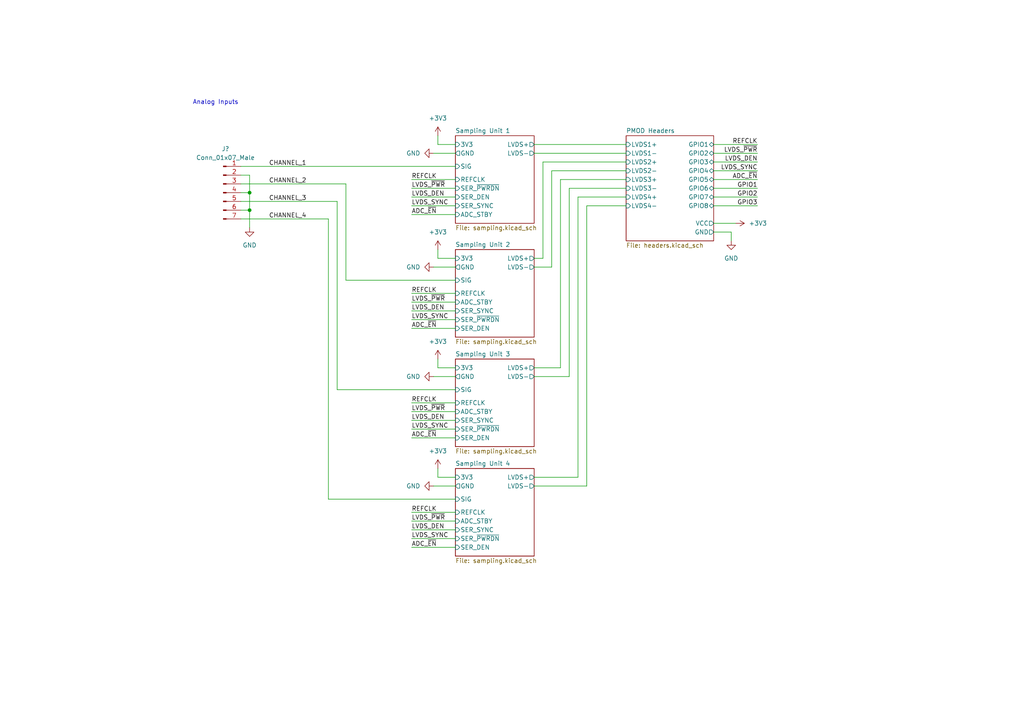
<source format=kicad_sch>
(kicad_sch (version 20211123) (generator eeschema)
  (paper "A4")
  (lib_symbols
    (symbol "Connector:Conn_01x07_Male" (pin_names (offset 1.016) hide)
      (property "Reference" "J" (at 0 10.16 0))
      (property "Value" "Conn_01x07_Male" (at 0 -10.16 0))
      (symbol "Conn_01x07_Male_1_1"
        (polyline (pts (xy 1.27 -7.62) (xy 0.8636 -7.62)) (stroke (width 0.1524)))
        (polyline (pts (xy 1.27 -5.08) (xy 0.8636 -5.08)) (stroke (width 0.1524)))
        (polyline (pts (xy 1.27 -2.54) (xy 0.8636 -2.54)) (stroke (width 0.1524)))
        (polyline (pts (xy 1.27 0) (xy 0.8636 0)) (stroke (width 0.1524)))
        (polyline (pts (xy 1.27 2.54) (xy 0.8636 2.54)) (stroke (width 0.1524)))
        (polyline (pts (xy 1.27 5.08) (xy 0.8636 5.08)) (stroke (width 0.1524)))
        (polyline (pts (xy 1.27 7.62) (xy 0.8636 7.62)) (stroke (width 0.1524)))
        (rectangle (start 0.8636 -7.493) (end 0 -7.747) (stroke (width 0.1524)) (fill (type outline)))
        (rectangle (start 0.8636 -4.953) (end 0 -5.207) (stroke (width 0.1524)) (fill (type outline)))
        (rectangle (start 0.8636 -2.413) (end 0 -2.667) (stroke (width 0.1524)) (fill (type outline)))
        (rectangle (start 0.8636 0.127) (end 0 -0.127) (stroke (width 0.1524)) (fill (type outline)))
        (rectangle (start 0.8636 2.667) (end 0 2.413) (stroke (width 0.1524)) (fill (type outline)))
        (rectangle (start 0.8636 5.207) (end 0 4.953) (stroke (width 0.1524)) (fill (type outline)))
        (rectangle (start 0.8636 7.747) (end 0 7.493) (stroke (width 0.1524)) (fill (type outline)))
        (pin passive line (at 5.08 7.62 180) (length 3.81) (name "Pin_1") (number "1"))
        (pin passive line (at 5.08 5.08 180) (length 3.81) (name "Pin_2") (number "2"))
        (pin passive line (at 5.08 2.54 180) (length 3.81) (name "Pin_3") (number "3"))
        (pin passive line (at 5.08 0 180) (length 3.81) (name "Pin_4") (number "4"))
        (pin passive line (at 5.08 -2.54 180) (length 3.81) (name "Pin_5") (number "5"))
        (pin passive line (at 5.08 -5.08 180) (length 3.81) (name "Pin_6") (number "6"))
        (pin passive line (at 5.08 -7.62 180) (length 3.81) (name "Pin_7") (number "7"))
      )
    )
    (symbol "power:+3V3" (power) (pin_names (offset 0))
      (property "Value" "+3V3" (at 0 3.556 0))
      (symbol "+3V3_0_1"
        (polyline (pts (xy -0.762 1.27) (xy 0 2.54)))
        (polyline (pts (xy 0 0) (xy 0 2.54)))
        (polyline (pts (xy 0 2.54) (xy 0.762 1.27)))
      )
      (symbol "+3V3_1_1"
        (pin power_in line (at 0 0 90) (length 0) hide (name "+3V3") (number "1"))
      )
    )
    (symbol "power:GND" (power) (pin_names (offset 0))
      (property "Value" "GND" (at 0 -3.81 0))
      (symbol "GND_0_1"
        (polyline (pts (xy 0 0) (xy 0 -1.27) (xy 1.27 -1.27) (xy 0 -2.54) (xy -1.27 -1.27) (xy 0 -1.27)))
      )
      (symbol "GND_1_1"
        (pin power_in line (at 0 0 270) (length 0) hide (name "GND") (number "1"))
      )
    )
  )
  (junction (at 72.39 60.96))
  (junction (at 72.39 55.88))
  (wire (pts (xy 72.39 55.88) (xy 72.39 60.96)))
  (wire (pts (xy 95.25 63.5) (xy 95.25 144.78)))
  (wire (pts (xy 132.08 158.75) (xy 119.38 158.75)))
  (wire (pts (xy 207.01 52.07) (xy 219.71 52.07)))
  (wire (pts (xy 207.01 41.91) (xy 219.71 41.91)))
  (wire (pts (xy 154.94 74.93) (xy 157.48 74.93)))
  (wire (pts (xy 162.56 52.07) (xy 181.61 52.07)))
  (wire (pts (xy 72.39 60.96) (xy 72.39 66.04)))
  (wire (pts (xy 154.94 140.97) (xy 170.18 140.97)))
  (wire (pts (xy 69.85 60.96) (xy 72.39 60.96)))
  (wire (pts (xy 132.08 54.61) (xy 119.38 54.61)))
  (wire (pts (xy 132.08 90.17) (xy 119.38 90.17)))
  (wire (pts (xy 69.85 63.5) (xy 95.25 63.5)))
  (wire (pts (xy 69.85 55.88) (xy 72.39 55.88)))
  (wire (pts (xy 132.08 124.46) (xy 119.38 124.46)))
  (wire (pts (xy 132.08 92.71) (xy 119.38 92.71)))
  (wire (pts (xy 125.73 77.47) (xy 132.08 77.47)))
  (wire (pts (xy 127 74.93) (xy 127 72.39)))
  (wire (pts (xy 132.08 74.93) (xy 127 74.93)))
  (wire (pts (xy 69.85 53.34) (xy 100.33 53.34)))
  (wire (pts (xy 207.01 49.53) (xy 219.71 49.53)))
  (wire (pts (xy 154.94 106.68) (xy 162.56 106.68)))
  (wire (pts (xy 125.73 109.22) (xy 132.08 109.22)))
  (wire (pts (xy 167.64 138.43) (xy 167.64 57.15)))
  (wire (pts (xy 170.18 140.97) (xy 170.18 59.69)))
  (wire (pts (xy 125.73 44.45) (xy 132.08 44.45)))
  (wire (pts (xy 154.94 77.47) (xy 160.02 77.47)))
  (wire (pts (xy 157.48 46.99) (xy 181.61 46.99)))
  (wire (pts (xy 207.01 54.61) (xy 219.71 54.61)))
  (wire (pts (xy 207.01 57.15) (xy 219.71 57.15)))
  (wire (pts (xy 132.08 119.38) (xy 119.38 119.38)))
  (wire (pts (xy 160.02 49.53) (xy 181.61 49.53)))
  (wire (pts (xy 132.08 138.43) (xy 127 138.43)))
  (wire (pts (xy 69.85 50.8) (xy 72.39 50.8)))
  (wire (pts (xy 69.85 48.26) (xy 132.08 48.26)))
  (wire (pts (xy 207.01 59.69) (xy 219.71 59.69)))
  (wire (pts (xy 132.08 106.68) (xy 127 106.68)))
  (wire (pts (xy 132.08 151.13) (xy 119.38 151.13)))
  (wire (pts (xy 132.08 148.59) (xy 119.38 148.59)))
  (wire (pts (xy 127 138.43) (xy 127 135.89)))
  (wire (pts (xy 132.08 87.63) (xy 119.38 87.63)))
  (wire (pts (xy 132.08 116.84) (xy 119.38 116.84)))
  (wire (pts (xy 132.08 127) (xy 119.38 127)))
  (wire (pts (xy 170.18 59.69) (xy 181.61 59.69)))
  (wire (pts (xy 132.08 156.21) (xy 119.38 156.21)))
  (wire (pts (xy 97.79 113.03) (xy 132.08 113.03)))
  (wire (pts (xy 154.94 109.22) (xy 165.1 109.22)))
  (wire (pts (xy 69.85 58.42) (xy 97.79 58.42)))
  (wire (pts (xy 132.08 52.07) (xy 119.38 52.07)))
  (wire (pts (xy 132.08 95.25) (xy 119.38 95.25)))
  (wire (pts (xy 207.01 64.77) (xy 213.36 64.77)))
  (wire (pts (xy 207.01 44.45) (xy 219.71 44.45)))
  (wire (pts (xy 132.08 153.67) (xy 119.38 153.67)))
  (wire (pts (xy 167.64 57.15) (xy 181.61 57.15)))
  (wire (pts (xy 162.56 106.68) (xy 162.56 52.07)))
  (wire (pts (xy 125.73 140.97) (xy 132.08 140.97)))
  (wire (pts (xy 165.1 109.22) (xy 165.1 54.61)))
  (wire (pts (xy 97.79 58.42) (xy 97.79 113.03)))
  (wire (pts (xy 132.08 121.92) (xy 119.38 121.92)))
  (wire (pts (xy 165.1 54.61) (xy 181.61 54.61)))
  (wire (pts (xy 160.02 77.47) (xy 160.02 49.53)))
  (wire (pts (xy 132.08 62.23) (xy 119.38 62.23)))
  (wire (pts (xy 100.33 81.28) (xy 132.08 81.28)))
  (wire (pts (xy 154.94 44.45) (xy 181.61 44.45)))
  (wire (pts (xy 132.08 41.91) (xy 127 41.91)))
  (wire (pts (xy 95.25 144.78) (xy 132.08 144.78)))
  (wire (pts (xy 100.33 53.34) (xy 100.33 81.28)))
  (wire (pts (xy 132.08 85.09) (xy 119.38 85.09)))
  (wire (pts (xy 127 41.91) (xy 127 39.37)))
  (wire (pts (xy 207.01 46.99) (xy 219.71 46.99)))
  (wire (pts (xy 72.39 50.8) (xy 72.39 55.88)))
  (wire (pts (xy 212.09 67.31) (xy 212.09 69.85)))
  (wire (pts (xy 154.94 138.43) (xy 167.64 138.43)))
  (wire (pts (xy 157.48 74.93) (xy 157.48 46.99)))
  (wire (pts (xy 154.94 41.91) (xy 181.61 41.91)))
  (wire (pts (xy 127 106.68) (xy 127 104.14)))
  (wire (pts (xy 207.01 67.31) (xy 212.09 67.31)))
  (wire (pts (xy 132.08 59.69) (xy 119.38 59.69)))
  (wire (pts (xy 132.08 57.15) (xy 119.38 57.15)))
  (text "Analog Inputs\n" (at 55.88 30.48 0) (effects (font (size 1.27 1.27)) (justify left bottom)))
  (label "GPIO3" (at 219.71 59.69 180))
  (label "ADC_~{EN}" (at 119.38 95.25 0))
  (label "CHANNEL_4" (at 88.9 63.5 180))
  (label "LVDS_~{PWR}" (at 119.38 54.61 0))
  (label "ADC_~{EN}" (at 119.38 127 0))
  (label "GPIO1" (at 219.71 54.61 180))
  (label "LVDS_SYNC" (at 119.38 92.71 0))
  (label "LVDS_DEN" (at 119.38 153.67 0))
  (label "LVDS_~{PWR}" (at 119.38 151.13 0))
  (label "LVDS_SYNC" (at 119.38 156.21 0))
  (label "LVDS_SYNC" (at 119.38 124.46 0))
  (label "REFCLK" (at 119.38 85.09 0))
  (label "REFCLK" (at 119.38 148.59 0))
  (label "CHANNEL_2" (at 88.9 53.34 180))
  (label "LVDS_SYNC" (at 219.71 49.53 180))
  (label "REFCLK" (at 119.38 52.07 0))
  (label "LVDS_~{PWR}" (at 119.38 119.38 0))
  (label "LVDS_~{PWR}" (at 119.38 87.63 0))
  (label "LVDS_DEN" (at 219.71 46.99 180))
  (label "GPIO2" (at 219.71 57.15 180))
  (label "LVDS_DEN" (at 119.38 121.92 0))
  (label "LVDS_DEN" (at 119.38 90.17 0))
  (label "ADC_~{EN}" (at 119.38 158.75 0))
  (label "ADC_~{EN}" (at 119.38 62.23 0))
  (label "ADC_~{EN}" (at 219.71 52.07 180))
  (label "REFCLK" (at 119.38 116.84 0))
  (label "LVDS_~{PWR}" (at 219.71 44.45 180))
  (label "LVDS_SYNC" (at 119.38 59.69 0))
  (label "LVDS_DEN" (at 119.38 57.15 0))
  (label "CHANNEL_1" (at 88.9 48.26 180))
  (label "CHANNEL_3" (at 88.9 58.42 180))
  (label "REFCLK" (at 219.71 41.91 180))
  (symbol (lib_id "power:GND") (at 72.39 66.04 0) (unit 1)
    (property "Reference" "#PWR?" (effects hide))
    (property "Value" "GND" (at 72.39 71.12 0))
  )
  (symbol (lib_id "power:+3V3") (at 213.36 64.77 270) (unit 1)
    (property "Reference" "#PWR?" (effects hide))
    (property "Value" "+3V3" (at 217.17 64.7699 90) (effects (justify left)))
  )
  (symbol (lib_id "power:+3V3") (at 127 135.89 0) (unit 1)
    (property "Reference" "#PWR?" (effects hide))
    (property "Value" "+3V3" (at 127 130.81 0))
  )
  (symbol (lib_id "power:+3V3") (at 127 104.14 0) (unit 1)
    (property "Reference" "#PWR?" (effects hide))
    (property "Value" "+3V3" (at 127 99.06 0))
  )
  (symbol (lib_id "power:GND") (at 125.73 140.97 270) (unit 1)
    (property "Reference" "#PWR?" (effects hide))
    (property "Value" "GND" (at 121.92 140.9699 90) (effects (justify right)))
  )
  (symbol (lib_id "power:+3V3") (at 127 39.37 0) (unit 1)
    (property "Reference" "#PWR?" (effects hide))
    (property "Value" "+3V3" (at 127 34.29 0))
  )
  (symbol (lib_id "Connector:Conn_01x07_Male") (at 64.77 55.88 0) (unit 1)
    (property "Reference" "J?" (at 65.405 43.18 0))
    (property "Value" "Conn_01x07_Male" (at 65.405 45.72 0))
  )
  (symbol (lib_id "power:GND") (at 125.73 77.47 270) (unit 1)
    (property "Reference" "#PWR?" (effects hide))
    (property "Value" "GND" (at 121.92 77.4699 90) (effects (justify right)))
  )
  (symbol (lib_id "power:GND") (at 125.73 109.22 270) (unit 1)
    (property "Reference" "#PWR?" (effects hide))
    (property "Value" "GND" (at 121.92 109.2199 90) (effects (justify right)))
  )
  (symbol (lib_id "power:GND") (at 125.73 44.45 270) (unit 1)
    (property "Reference" "#PWR?" (effects hide))
    (property "Value" "GND" (at 121.92 44.4499 90) (effects (justify right)))
  )
  (symbol (lib_id "power:GND") (at 212.09 69.85 0) (unit 1)
    (property "Reference" "#PWR?" (effects hide))
    (property "Value" "GND" (at 212.09 74.93 0))
  )
  (symbol (lib_id "power:+3V3") (at 127 72.39 0) (unit 1)
    (property "Reference" "#PWR?" (effects hide))
    (property "Value" "+3V3" (at 127 67.31 0))
  )
  (sheet (at 181.61 39.37) (size 25.4 30.48) (stroke (width 0.1524))
    (property "Sheet name" "PMOD Headers" (at 181.61 38.6584 0) (effects (justify left bottom)))
    (property "Sheet file" "headers.kicad_sch" (at 181.61 70.4346 0) (effects (justify left top)))
    (pin "GPIO7" bidirectional (at 207.01 57.15 0))
    (pin "GPIO8" bidirectional (at 207.01 59.69 0))
    (pin "LVDS2+" input (at 181.61 46.99 180))
    (pin "LVDS1+" input (at 181.61 41.91 180))
    (pin "LVDS1-" input (at 181.61 44.45 180))
    (pin "LVDS2-" input (at 181.61 49.53 180))
    (pin "LVDS4+" input (at 181.61 57.15 180))
    (pin "LVDS3+" input (at 181.61 52.07 180))
    (pin "LVDS3-" input (at 181.61 54.61 180))
    (pin "LVDS4-" input (at 181.61 59.69 180))
    (pin "GPIO4" bidirectional (at 207.01 49.53 0))
    (pin "GPIO1" bidirectional (at 207.01 41.91 0))
    (pin "GPIO2" bidirectional (at 207.01 44.45 0))
    (pin "GPIO3" bidirectional (at 207.01 46.99 0))
    (pin "GPIO5" bidirectional (at 207.01 52.07 0))
    (pin "GPIO6" bidirectional (at 207.01 54.61 0))
    (pin "GND" output (at 207.01 67.31 0))
    (pin "VCC" output (at 207.01 64.77 0))
  )
  (sheet (at 132.08 135.89) (size 22.86 25.4) (stroke (width 0.1524))
    (property "Sheet name" "Sampling Unit 4" (at 132.08 135.1784 0) (effects (justify left bottom)))
    (property "Sheet file" "sampling.kicad_sch" (at 132.08 161.8746 0) (effects (justify left top)))
    (pin "GND" output (at 132.08 140.97 180))
    (pin "ADC_STBY" input (at 132.08 151.13 180))
    (pin "3V3" input (at 132.08 138.43 180))
    (pin "REFCLK" input (at 132.08 148.59 180))
    (pin "SIG" input (at 132.08 144.78 180))
    (pin "LVDS+" output (at 154.94 138.43 0))
    (pin "LVDS-" output (at 154.94 140.97 0))
    (pin "SER_SYNC" input (at 132.08 153.67 180))
    (pin "SER_~{PWRDN}" input (at 132.08 156.21 180))
    (pin "SER_DEN" input (at 132.08 158.75 180))
  )
  (sheet (at 132.08 39.37) (size 22.86 25.4) (stroke (width 0.1524))
    (property "Sheet name" "Sampling Unit 1" (at 132.08 38.6584 0) (effects (justify left bottom)))
    (property "Sheet file" "sampling.kicad_sch" (at 132.08 65.3546 0) (effects (justify left top)))
    (pin "GND" output (at 132.08 44.45 180))
    (pin "ADC_STBY" input (at 132.08 62.23 180))
    (pin "3V3" input (at 132.08 41.91 180))
    (pin "REFCLK" input (at 132.08 52.07 180))
    (pin "SIG" input (at 132.08 48.26 180))
    (pin "LVDS+" output (at 154.94 41.91 0))
    (pin "LVDS-" output (at 154.94 44.45 0))
    (pin "SER_SYNC" input (at 132.08 59.69 180))
    (pin "SER_~{PWRDN}" input (at 132.08 54.61 180))
    (pin "SER_DEN" input (at 132.08 57.15 180))
  )
  (sheet (at 132.08 72.39) (size 22.86 25.4) (stroke (width 0.1524))
    (property "Sheet name" "Sampling Unit 2" (at 132.08 71.6784 0) (effects (justify left bottom)))
    (property "Sheet file" "sampling.kicad_sch" (at 132.08 98.3746 0) (effects (justify left top)))
    (pin "GND" output (at 132.08 77.47 180))
    (pin "ADC_STBY" input (at 132.08 87.63 180))
    (pin "3V3" input (at 132.08 74.93 180))
    (pin "REFCLK" input (at 132.08 85.09 180))
    (pin "SIG" input (at 132.08 81.28 180))
    (pin "LVDS+" output (at 154.94 74.93 0))
    (pin "LVDS-" output (at 154.94 77.47 0))
    (pin "SER_SYNC" input (at 132.08 90.17 180))
    (pin "SER_~{PWRDN}" input (at 132.08 92.71 180))
    (pin "SER_DEN" input (at 132.08 95.25 180))
  )
  (sheet (at 132.08 104.14) (size 22.86 25.4) (stroke (width 0.1524))
    (property "Sheet name" "Sampling Unit 3" (at 132.08 103.4284 0) (effects (justify left bottom)))
    (property "Sheet file" "sampling.kicad_sch" (at 132.08 130.1246 0) (effects (justify left top)))
    (pin "GND" output (at 132.08 109.22 180))
    (pin "ADC_STBY" input (at 132.08 119.38 180))
    (pin "3V3" input (at 132.08 106.68 180))
    (pin "REFCLK" input (at 132.08 116.84 180))
    (pin "SIG" input (at 132.08 113.03 180))
    (pin "LVDS+" output (at 154.94 106.68 0))
    (pin "LVDS-" output (at 154.94 109.22 0))
    (pin "SER_SYNC" input (at 132.08 121.92 180))
    (pin "SER_~{PWRDN}" input (at 132.08 124.46 180))
    (pin "SER_DEN" input (at 132.08 127 180))
  )
)
</source>
